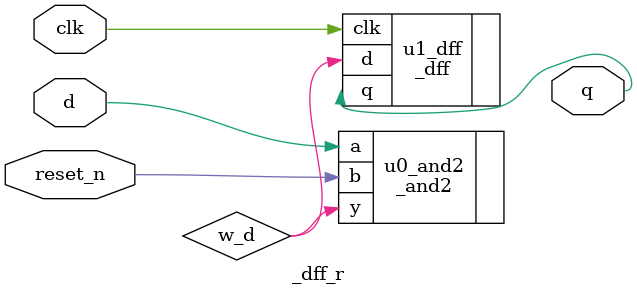
<source format=v>
module _dff_r(clk, reset_n, d, q);
	input clk, reset_n, d;
	output q;
	wire w_d;
	
	_and2 u0_and2(.a(d), .b(reset_n), .y(w_d));
	_dff u1_dff(.clk(clk), .d(w_d), .q(q));
endmodule

</source>
